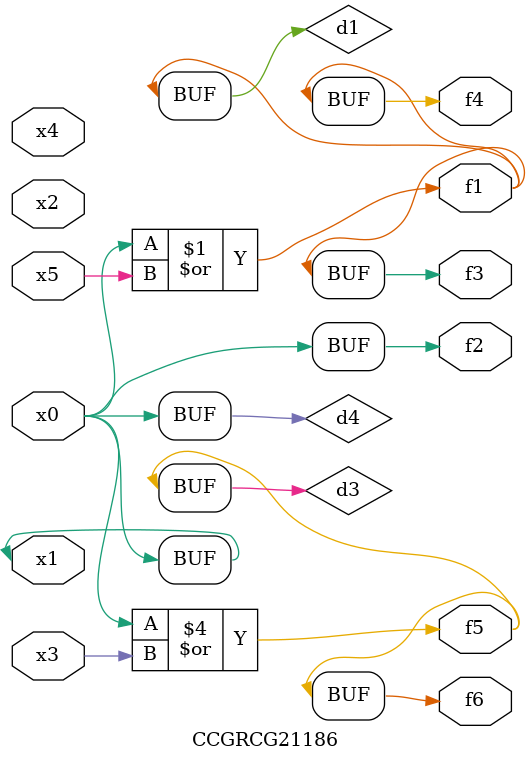
<source format=v>
module CCGRCG21186(
	input x0, x1, x2, x3, x4, x5,
	output f1, f2, f3, f4, f5, f6
);

	wire d1, d2, d3, d4;

	or (d1, x0, x5);
	xnor (d2, x1, x4);
	or (d3, x0, x3);
	buf (d4, x0, x1);
	assign f1 = d1;
	assign f2 = d4;
	assign f3 = d1;
	assign f4 = d1;
	assign f5 = d3;
	assign f6 = d3;
endmodule

</source>
